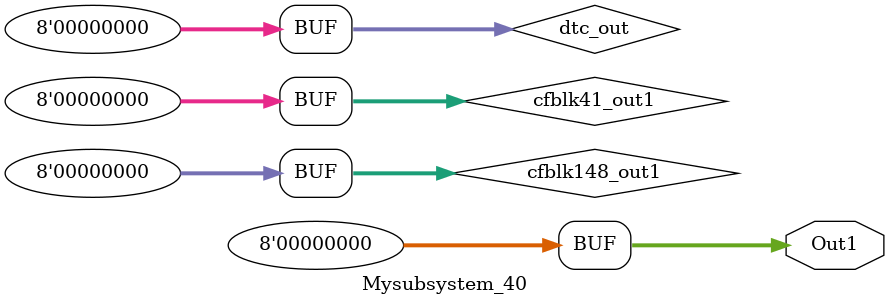
<source format=v>



`timescale 1 ns / 1 ns

module Mysubsystem_40
          (Out1);


  output  [7:0] Out1;  // uint8


  wire [7:0] cfblk148_out1;  // uint8
  wire [7:0] dtc_out;  // ufix8
  wire [7:0] cfblk41_out1;  // uint8


  assign cfblk148_out1 = 8'b00000000;



  assign dtc_out = cfblk148_out1;



  assign cfblk41_out1 = dtc_out;



  assign Out1 = cfblk41_out1;

endmodule  // Mysubsystem_40


</source>
